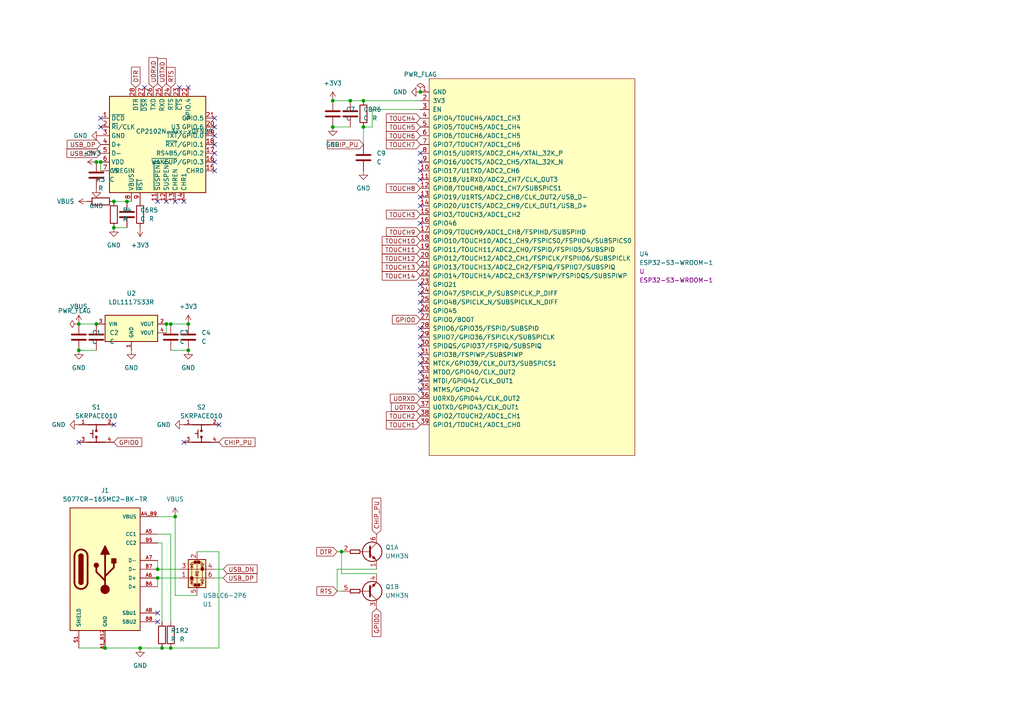
<source format=kicad_sch>
(kicad_sch (version 20231120) (generator "eeschema") (generator_version "8.0")
  (paper "A4")
  (lib_symbols
    (symbol "5077CR-16SMC2-BK-TR:5077CR-16SMC2-BK-TR" (pin_names (offset 1.016))
      (property "Reference" "J4" (at -2.54 27.94 0))
      (property "Value" "5077CR-16SMC2-BK-TR" (at -2.54 25.4 0))
      (symbol "5077CR-16SMC2-BK-TR_0_0"
        (rectangle (start -12.7 22.86) (end 7.62 -12.7) (stroke (width 0.254)) (fill (type background)))
        (pin passive line (at -2.54 -17.78 90) (length 5.08) (name "GND") (number "A1_B12"))
        (pin passive line (at 12.7 20.32 180) (length 5.08) (name "VBUS") (number "A4_B9"))
        (pin bidirectional line (at 12.7 15.24 180) (length 5.08) (name "CC1") (number "A5"))
        (pin bidirectional line (at 12.7 2.54 180) (length 5.08) (name "D+") (number "A6"))
        (pin bidirectional line (at 12.7 7.62 180) (length 5.08) (name "D-") (number "A7"))
        (pin bidirectional line (at 12.7 -7.62 180) (length 5.08) (name "SBU1") (number "A8"))
        (pin passive line (at -2.54 -17.78 90) (length 5.08) hide (name "GND") (number "B1_A12"))
        (pin passive line (at 12.7 20.32 180) (length 5.08) hide (name "VBUS") (number "B4_A9"))
        (pin bidirectional line (at 12.7 12.7 180) (length 5.08) (name "CC2") (number "B5"))
        (pin bidirectional line (at 12.7 0 180) (length 5.08) (name "D+") (number "B6"))
        (pin bidirectional line (at 12.7 5.08 180) (length 5.08) (name "D-") (number "B7"))
        (pin bidirectional line (at 12.7 -10.16 180) (length 5.08) (name "SBU2") (number "B8"))
        (pin passive line (at -10.16 -17.78 90) (length 5.08) (name "SHIELD") (number "S1"))
        (pin passive line (at -10.16 -17.78 90) (length 5.08) hide (name "SHIELD") (number "S2"))
        (pin passive line (at -10.16 -17.78 90) (length 5.08) hide (name "SHIELD") (number "S3"))
        (pin passive line (at -10.16 -17.78 90) (length 5.08) hide (name "SHIELD") (number "S4"))
      )
      (symbol "5077CR-16SMC2-BK-TR_0_1"
        (arc (start -11.43 1.27) (mid -9.525 -0.6267) (end -7.62 1.27) (stroke (width 0.508)))
        (arc (start -10.16 1.27) (mid -9.525 0.6377) (end -8.89 1.27) (stroke (width 0.254)))
        (arc (start -10.16 1.27) (mid -9.525 0.6377) (end -8.89 1.27) (stroke (width 0.254)) (fill (type outline)))
        (rectangle (start -10.16 1.27) (end -8.89 8.89) (stroke (width 0.254)) (fill (type outline)))
        (arc (start -8.89 8.89) (mid -9.525 9.5222) (end -10.16 8.89) (stroke (width 0.254)))
        (arc (start -8.89 8.89) (mid -9.525 9.5222) (end -10.16 8.89) (stroke (width 0.254)) (fill (type outline)))
        (arc (start -7.62 8.89) (mid -9.525 10.7866) (end -11.43 8.89) (stroke (width 0.508)))
        (circle (center -5.08 6.223) (radius 0.635) (stroke (width 0.254)) (fill (type outline)))
        (circle (center -2.54 -0.762) (radius 1.27) (fill (type outline)))
        (rectangle (start -0.635 6.858) (end 0.635 8.128) (stroke (width 0.254)) (fill (type outline)))
        (polyline (pts (xy -11.43 1.27) (xy -11.43 8.89)) (stroke (width 0.508)))
        (polyline (pts (xy -7.62 8.89) (xy -7.62 1.27)) (stroke (width 0.508)))
        (polyline (pts (xy -2.54 -0.762) (xy -2.54 9.398)) (stroke (width 0.508)))
        (polyline (pts (xy -2.54 1.778) (xy -5.08 4.318) (xy -5.08 5.588)) (stroke (width 0.508)))
        (polyline (pts (xy -2.54 3.048) (xy 0 5.588) (xy 0 6.858)) (stroke (width 0.508)))
        (polyline (pts (xy -3.81 9.398) (xy -2.54 11.938) (xy -1.27 9.398) (xy -3.81 9.398)) (stroke (width 0.254)) (fill (type outline)))
      )
    )
    (symbol "Device:C" (pin_numbers hide) (pin_names (offset 0.254))
      (property "Reference" "C" (at 0.635 2.54 0))
      (property "Value" "C" (at 0.635 -2.54 0))
      (symbol "C_0_1"
        (polyline (pts (xy -2.032 -0.762) (xy 2.032 -0.762)) (stroke (width 0.508)))
        (polyline (pts (xy -2.032 0.762) (xy 2.032 0.762)) (stroke (width 0.508)))
      )
      (symbol "C_1_1"
        (pin passive line (at 0 3.81 270) (length 2.794) (name "~") (number "1"))
        (pin passive line (at 0 -3.81 90) (length 2.794) (name "~") (number "2"))
      )
    )
    (symbol "Device:R" (pin_numbers hide) (pin_names (offset 0))
      (property "Reference" "R" (at 2.032 0 90))
      (property "Value" "R" (at 0 0 90))
      (symbol "R_0_1"
        (rectangle (start -1.016 -2.54) (end 1.016 2.54) (stroke (width 0.254)))
      )
      (symbol "R_1_1"
        (pin passive line (at 0 3.81 270) (length 1.27) (name "~") (number "1"))
        (pin passive line (at 0 -3.81 90) (length 1.27) (name "~") (number "2"))
      )
    )
    (symbol "Espressif:ESP32-S3-WROOM-1" (pin_names (offset 1.016))
      (property "Reference" "1" (at 2.0194 63.5 0))
      (property "Value" "ESP32-S3-WROOM-1" (at 2.0194 60.96 0))
      (property "Reference_1" "U" (at 2.0194 58.42 0))
      (property "Value_1" "ESP32-S3-WROOM-1" (at 2.0194 55.88 0))
      (symbol "ESP32-S3-WROOM-1_0_0"
        (pin power_in line (at -31.75 49.53 0) (length 2.54) (name "GND") (number "1"))
        (pin bidirectional line (at -31.75 26.67 0) (length 2.54) (name "GPIO17/U1TXD/ADC2_CH6") (number "10"))
        (pin bidirectional line (at -31.75 24.13 0) (length 2.54) (name "GPIO18/U1RXD/ADC2_CH7/CLK_OUT3") (number "11"))
        (pin bidirectional line (at -31.75 21.59 0) (length 2.54) (name "GPIO8/TOUCH8/ADC1_CH7/SUBSPICS1") (number "12"))
        (pin bidirectional line (at -31.75 19.05 0) (length 2.54) (name "GPIO19/U1RTS/ADC2_CH8/CLK_OUT2/USB_D-") (number "13"))
        (pin bidirectional line (at -31.75 16.51 0) (length 2.54) (name "GPIO20/U1CTS/ADC2_CH9/CLK_OUT1/USB_D+") (number "14"))
        (pin bidirectional line (at -31.75 13.97 0) (length 2.54) (name "GPIO3/TOUCH3/ADC1_CH2") (number "15"))
        (pin bidirectional line (at -31.75 11.43 0) (length 2.54) (name "GPIO46") (number "16"))
        (pin bidirectional line (at -31.75 8.89 0) (length 2.54) (name "GPIO9/TOUCH9/ADC1_CH8/FSPIHD/SUBSPIHD") (number "17"))
        (pin bidirectional line (at -31.75 6.35 0) (length 2.54) (name "GPIO10/TOUCH10/ADC1_CH9/FSPICS0/FSPIIO4/SUBSPICS0") (number "18"))
        (pin bidirectional line (at -31.75 3.81 0) (length 2.54) (name "GPIO11/TOUCH11/ADC2_CH0/FSPID/FSPIIO5/SUBSPID") (number "19"))
        (pin power_in line (at -31.75 46.99 0) (length 2.54) (name "3V3") (number "2"))
        (pin bidirectional line (at -31.75 1.27 0) (length 2.54) (name "GPIO12/TOUCH12/ADC2_CH1/FSPICLK/FSPIIO6/SUBSPICLK") (number "20"))
        (pin bidirectional line (at -31.75 -1.27 0) (length 2.54) (name "GPIO13/TOUCH13/ADC2_CH2/FSPIQ/FSPIIO7/SUBSPIQ") (number "21"))
        (pin bidirectional line (at -31.75 -3.81 0) (length 2.54) (name "GPIO14/TOUCH14/ADC2_CH3/FSPIWP/FSPIDQS/SUBSPIWP") (number "22"))
        (pin bidirectional line (at -31.75 -6.35 0) (length 2.54) (name "GPIO21") (number "23"))
        (pin bidirectional line (at -31.75 -8.89 0) (length 2.54) (name "GPIO47/SPICLK_P/SUBSPICLK_P_DIFF") (number "24"))
        (pin bidirectional line (at -31.75 -11.43 0) (length 2.54) (name "GPIO48/SPICLK_N/SUBSPICLK_N_DIFF") (number "25"))
        (pin bidirectional line (at -31.75 -13.97 0) (length 2.54) (name "GPIO45") (number "26"))
        (pin bidirectional line (at -31.75 -16.51 0) (length 2.54) (name "GPIO0/BOOT") (number "27"))
        (pin bidirectional line (at -31.75 -19.05 0) (length 2.54) (name "SPIIO6/GPIO35/FSPID/SUBSPID") (number "28"))
        (pin bidirectional line (at -31.75 -21.59 0) (length 2.54) (name "SPIIO7/GPIO36/FSPICLK/SUBSPICLK") (number "29"))
        (pin input line (at -31.75 44.45 0) (length 2.54) (name "EN") (number "3"))
        (pin bidirectional line (at -31.75 -24.13 0) (length 2.54) (name "SPIDQS/GPIO37/FSPIQ/SUBSPIQ") (number "30"))
        (pin bidirectional line (at -31.75 -26.67 0) (length 2.54) (name "GPIO38/FSPIWP/SUBSPIWP") (number "31"))
        (pin bidirectional line (at -31.75 -29.21 0) (length 2.54) (name "MTCK/GPIO39/CLK_OUT3/SUBSPICS1") (number "32"))
        (pin bidirectional line (at -31.75 -31.75 0) (length 2.54) (name "MTDO/GPIO40/CLK_OUT2") (number "33"))
        (pin bidirectional line (at -31.75 -34.29 0) (length 2.54) (name "MTDI/GPIO41/CLK_OUT1") (number "34"))
        (pin bidirectional line (at -31.75 -36.83 0) (length 2.54) (name "MTMS/GPIO42") (number "35"))
        (pin bidirectional line (at -31.75 -39.37 0) (length 2.54) (name "U0RXD/GPIO44/CLK_OUT2") (number "36"))
        (pin bidirectional line (at -31.75 -41.91 0) (length 2.54) (name "U0TXD/GPIO43/CLK_OUT1") (number "37"))
        (pin bidirectional line (at -31.75 -44.45 0) (length 2.54) (name "GPIO2/TOUCH2/ADC1_CH1") (number "38"))
        (pin bidirectional line (at -31.75 -46.99 0) (length 2.54) (name "GPIO1/TOUCH1/ADC1_CH0") (number "39"))
        (pin bidirectional line (at -31.75 41.91 0) (length 2.54) (name "GPIO4/TOUCH4/ADC1_CH3") (number "4"))
        (pin passive line (at -31.75 49.53 0) (length 2.54) hide (name "GND") (number "40"))
        (pin passive line (at -31.75 49.53 0) (length 2.54) hide (name "GND") (number "41"))
        (pin bidirectional line (at -31.75 39.37 0) (length 2.54) (name "GPIO5/TOUCH5/ADC1_CH4") (number "5"))
        (pin bidirectional line (at -31.75 36.83 0) (length 2.54) (name "GPIO6/TOUCH6/ADC1_CH5") (number "6"))
        (pin bidirectional line (at -31.75 34.29 0) (length 2.54) (name "GPIO7/TOUCH7/ADC1_CH6") (number "7"))
        (pin bidirectional line (at -31.75 31.75 0) (length 2.54) (name "GPIO15/U0RTS/ADC2_CH4/XTAL_32K_P") (number "8"))
        (pin bidirectional line (at -31.75 29.21 0) (length 2.54) (name "GPIO16/U0CTS/ADC2_CH5/XTAL_32K_N") (number "9"))
      )
      (symbol "ESP32-S3-WROOM-1_0_1"
        (rectangle (start -29.21 53.34) (end 30.48 -55.88) (fill (type background)))
      )
    )
    (symbol "Interface_USB:CP2102N-Axx-xQFN28"
      (property "Reference" "U" (at 0.254 21.844 0))
      (property "Value" "CP2102N-Axx-xQFN28" (at 0 -22.86 0))
      (symbol "CP2102N-Axx-xQFN28_0_1"
        (rectangle (start -13.97 13.97) (end 13.97 -13.97) (stroke (width 0.254)) (fill (type background)))
      )
      (symbol "CP2102N-Axx-xQFN28_1_1"
        (pin input line (at -16.51 7.62 0) (length 2.54) (name "~{DCD}") (number "1"))
        (pin no_connect line (at -2.54 -16.51 90) (length 2.54) hide (name "NC") (number "10"))
        (pin output line (at 0 -16.51 90) (length 2.54) (name "~{SUSPEND}") (number "11"))
        (pin output line (at 2.54 -16.51 90) (length 2.54) (name "SUSPEND") (number "12"))
        (pin output line (at 5.08 -16.51 90) (length 2.54) (name "CHREN") (number "13"))
        (pin output line (at 7.62 -16.51 90) (length 2.54) (name "CHR1") (number "14"))
        (pin output line (at 16.51 -7.62 180) (length 2.54) (name "CHR0") (number "15"))
        (pin bidirectional line (at 16.51 -5.08 180) (length 2.54) (name "~{WAKEUP}/GPIO.3") (number "16"))
        (pin bidirectional line (at 16.51 -2.54 180) (length 2.54) (name "RS485/GPIO.2") (number "17"))
        (pin bidirectional line (at 16.51 0 180) (length 2.54) (name "~{RXT}/GPIO.1") (number "18"))
        (pin bidirectional line (at 16.51 2.54 180) (length 2.54) (name "~{TXT}/GPIO.0") (number "19"))
        (pin bidirectional line (at -16.51 5.08 0) (length 2.54) (name "~{RI}/CLK") (number "2"))
        (pin bidirectional line (at 16.51 5.08 180) (length 2.54) (name "GPIO.6") (number "20"))
        (pin bidirectional line (at 16.51 7.62 180) (length 2.54) (name "GPIO.5") (number "21"))
        (pin bidirectional line (at 8.89 16.51 270) (length 2.54) (name "GPIO.4") (number "22"))
        (pin input line (at 6.35 16.51 270) (length 2.54) (name "~{CTS}") (number "23"))
        (pin output line (at 3.81 16.51 270) (length 2.54) (name "RTS") (number "24"))
        (pin input line (at 1.27 16.51 270) (length 2.54) (name "RXD") (number "25"))
        (pin output line (at -1.27 16.51 270) (length 2.54) (name "TXD") (number "26"))
        (pin input line (at -3.81 16.51 270) (length 2.54) (name "~{DSR}") (number "27"))
        (pin output line (at -6.35 16.51 270) (length 2.54) (name "DTR") (number "28"))
        (pin passive line (at -16.51 2.54 0) (length 2.54) hide (name "GND") (number "29"))
        (pin power_in line (at -16.51 2.54 0) (length 2.54) (name "GND") (number "3"))
        (pin bidirectional line (at -16.51 0 0) (length 2.54) (name "D+") (number "4"))
        (pin bidirectional line (at -16.51 -2.54 0) (length 2.54) (name "D-") (number "5"))
        (pin power_in line (at -16.51 -5.08 0) (length 2.54) (name "VDD") (number "6"))
        (pin power_in line (at -16.51 -7.62 0) (length 2.54) (name "VREGIN") (number "7"))
        (pin input line (at -7.62 -16.51 90) (length 2.54) (name "VBUS") (number "8"))
        (pin input line (at -5.08 -16.51 90) (length 2.54) (name "~{RST}") (number "9"))
      )
    )
    (symbol "LDL1117S33R:LDL1117S33R" (pin_names (offset 1.016))
      (property "Reference" "U?" (at 0 10.16 0))
      (property "Value" "LDL1117S33R" (at 0 7.62 0))
      (symbol "LDL1117S33R_0_0"
        (rectangle (start -7.62 3.81) (end 7.62 -3.81) (stroke (width 0.254)) (fill (type background)))
        (pin input line (at 0 -6.35 90) (length 2.54) (name "GND") (number "1"))
        (pin power_out line (at 10.16 1.27 180) (length 2.54) (name "VOUT") (number "2"))
        (pin power_in line (at -10.16 1.27 0) (length 2.54) (name "VIN") (number "3"))
        (pin passive line (at 10.16 -1.27 180) (length 2.54) (name "VOUT") (number "4"))
      )
    )
    (symbol "Power_Protection:USBLC6-2P6" (pin_names hide)
      (property "Reference" "U" (at 0.635 5.715 0))
      (property "Value" "USBLC6-2P6" (at 0.635 3.81 0))
      (symbol "USBLC6-2P6_0_0"
        (circle (center -1.524 0) (radius 0.0001) (stroke (width 0.508)))
        (circle (center -0.508 -4.572) (radius 0.0001) (stroke (width 0.508)))
        (circle (center -0.508 2.032) (radius 0.0001) (stroke (width 0.508)))
        (circle (center 0.508 -4.572) (radius 0.0001) (stroke (width 0.508)))
        (circle (center 0.508 2.032) (radius 0.0001) (stroke (width 0.508)))
        (circle (center 1.524 -2.54) (radius 0.0001) (stroke (width 0.508)))
      )
      (symbol "USBLC6-2P6_0_1"
        (polyline (pts (xy -2.54 -2.54) (xy 2.54 -2.54)))
        (polyline (pts (xy -2.54 0) (xy 2.54 0)))
        (polyline (pts (xy -2.032 -3.048) (xy -1.016 -3.048)))
        (polyline (pts (xy -1.016 1.524) (xy -2.032 1.524)))
        (polyline (pts (xy 1.016 -3.048) (xy 2.032 -3.048)))
        (polyline (pts (xy 1.016 1.524) (xy 2.032 1.524)))
        (polyline (pts (xy -0.508 -1.143) (xy -0.508 -0.762) (xy 0.508 -0.762)))
        (polyline (pts (xy -2.032 0.508) (xy -1.016 0.508) (xy -1.524 1.524) (xy -2.032 0.508)))
        (polyline (pts (xy -1.016 -4.064) (xy -2.032 -4.064) (xy -1.524 -3.048) (xy -1.016 -4.064)))
        (polyline (pts (xy 0.508 -1.778) (xy -0.508 -1.778) (xy 0 -0.762) (xy 0.508 -1.778)))
        (polyline (pts (xy 2.032 -4.064) (xy 1.016 -4.064) (xy 1.524 -3.048) (xy 2.032 -4.064)))
        (polyline (pts (xy 2.032 0.508) (xy 1.016 0.508) (xy 1.524 1.524) (xy 2.032 0.508)))
        (polyline (pts (xy 0 2.54) (xy -0.508 2.032) (xy 0.508 2.032) (xy 0 1.524) (xy 0 -4.064) (xy -0.508 -4.572) (xy 0.508 -4.572) (xy 0 -5.08)))
      )
      (symbol "USBLC6-2P6_1_1"
        (rectangle (start -2.54 2.794) (end 2.54 -5.334) (stroke (width 0.254)) (fill (type background)))
        (polyline (pts (xy -0.508 2.032) (xy -1.524 2.032) (xy -1.524 -4.572) (xy -0.508 -4.572)))
        (polyline (pts (xy 0.508 -4.572) (xy 1.524 -4.572) (xy 1.524 2.032) (xy 0.508 2.032)))
        (pin passive line (at -5.08 0 0) (length 2.54) (name "I/O1") (number "1"))
        (pin passive line (at 0 -7.62 90) (length 2.54) (name "GND") (number "2"))
        (pin passive line (at -5.08 -2.54 0) (length 2.54) (name "I/O2") (number "3"))
        (pin passive line (at 5.08 -2.54 180) (length 2.54) (name "I/O2") (number "4"))
        (pin passive line (at 0 5.08 270) (length 2.54) (name "VBUS") (number "5"))
        (pin passive line (at 5.08 0 180) (length 2.54) (name "I/O1") (number "6"))
      )
    )
    (symbol "SKRPACE010:SKRPACE010" (pin_names (offset 1.016))
      (property "Reference" "S" (at -2.5431 5.0863 0))
      (property "Value" "SKRPACE010" (at -2.5442 -5.0884 0))
      (symbol "SKRPACE010_0_0"
        (circle (center 0 -1.016) (radius 0.254) (stroke (width 0.254)))
        (polyline (pts (xy -5.08 2.54) (xy 5.08 2.54)) (stroke (width 0.254)))
        (polyline (pts (xy -2.54 -2.54) (xy 0 -2.54)) (stroke (width 0.254)))
        (polyline (pts (xy -2.54 2.54) (xy 0 2.54)) (stroke (width 0.254)))
        (polyline (pts (xy -1.016 0) (xy -1.778 0)) (stroke (width 0.254)))
        (polyline (pts (xy -1.016 0) (xy -1.016 -1.27)) (stroke (width 0.254)))
        (polyline (pts (xy -1.016 1.016) (xy -1.016 0)) (stroke (width 0.254)))
        (polyline (pts (xy 0 -2.54) (xy 2.54 -2.54)) (stroke (width 0.254)))
        (polyline (pts (xy 0 -1.016) (xy 0 -2.54)) (stroke (width 0.254)))
        (polyline (pts (xy 0 0.762) (xy 0 2.54)) (stroke (width 0.254)))
        (polyline (pts (xy 0 2.54) (xy 2.54 2.54)) (stroke (width 0.254)))
        (polyline (pts (xy 5.08 -2.54) (xy -5.08 -2.54)) (stroke (width 0.254)))
        (circle (center 0 0.762) (radius 0.254) (stroke (width 0.254)))
        (pin bidirectional line (at -5.08 2.54 0) (length 2.54) (name "~") (number "1"))
        (pin bidirectional line (at 5.08 2.54 180) (length 2.54) (name "~") (number "2"))
        (pin bidirectional line (at -5.08 -2.54 0) (length 2.54) (name "~") (number "3"))
        (pin bidirectional line (at 5.08 -2.54 180) (length 2.54) (name "~") (number "4"))
      )
    )
    (symbol "Transistor_BJT:UMH3N" (pin_names hide)
      (property "Reference" "Q" (at 7.62 1.27 0))
      (property "Value" "UMH3N" (at 7.62 -1.27 0))
      (symbol "UMH3N_0_1"
        (polyline (pts (xy 3.175 0) (xy 0.254 0)))
        (polyline (pts (xy 3.175 0.635) (xy 5.08 2.54)))
        (polyline (pts (xy 3.175 1.524) (xy 3.175 -1.524)) (stroke (width 0.508)))
        (polyline (pts (xy 3.175 -0.635) (xy 5.08 -2.54) (xy 5.08 -2.54)))
        (polyline (pts (xy 3.81 -1.778) (xy 4.318 -1.27) (xy 4.826 -2.286) (xy 3.81 -1.778) (xy 3.81 -1.778)) (fill (type outline)))
        (rectangle (start 0.254 0.508) (end -2.54 -0.508) (stroke (width 0.254)))
        (circle (center 3.81 0) (radius 2.8194) (stroke (width 0.254)))
      )
      (symbol "UMH3N_1_1"
        (pin passive line (at 5.08 -5.08 90) (length 2.54) (name "E1") (number "1"))
        (pin input line (at -5.08 0 0) (length 2.54) (name "B1") (number "2"))
        (pin passive line (at 5.08 5.08 270) (length 2.54) (name "C1") (number "6"))
      )
      (symbol "UMH3N_2_1"
        (pin passive line (at 5.08 5.08 270) (length 2.54) (name "C2") (number "3"))
        (pin passive line (at 5.08 -5.08 90) (length 2.54) (name "E2") (number "4"))
        (pin input line (at -5.08 0 0) (length 2.54) (name "B2") (number "5"))
      )
    )
    (symbol "power:+3V3" (power) (pin_numbers hide) (pin_names (offset 0) hide)
      (property "Value" "+3V3" (at 0 3.556 0))
      (symbol "+3V3_0_1"
        (polyline (pts (xy -0.762 1.27) (xy 0 2.54)))
        (polyline (pts (xy 0 0) (xy 0 2.54)))
        (polyline (pts (xy 0 2.54) (xy 0.762 1.27)))
      )
      (symbol "+3V3_1_1"
        (pin power_in line (at 0 0 90) (length 0) (name "~") (number "1"))
      )
    )
    (symbol "power:GND" (power) (pin_numbers hide) (pin_names (offset 0) hide)
      (property "Value" "GND" (at 0 -3.81 0))
      (symbol "GND_0_1"
        (polyline (pts (xy 0 0) (xy 0 -1.27) (xy 1.27 -1.27) (xy 0 -2.54) (xy -1.27 -1.27) (xy 0 -1.27)))
      )
      (symbol "GND_1_1"
        (pin power_in line (at 0 0 270) (length 0) (name "~") (number "1"))
      )
    )
    (symbol "power:PWR_FLAG" (power) (pin_numbers hide) (pin_names (offset 0) hide)
      (property "Value" "PWR_FLAG" (at 0 3.81 0))
      (symbol "PWR_FLAG_0_0"
        (pin power_out line (at 0 0 90) (length 0) (name "~") (number "1"))
      )
      (symbol "PWR_FLAG_0_1"
        (polyline (pts (xy 0 0) (xy 0 1.27) (xy -1.016 1.905) (xy 0 2.54) (xy 1.016 1.905) (xy 0 1.27)))
      )
    )
    (symbol "power:VBUS" (power) (pin_numbers hide) (pin_names (offset 0) hide)
      (property "Value" "VBUS" (at 0 3.556 0))
      (symbol "VBUS_0_1"
        (polyline (pts (xy -0.762 1.27) (xy 0 2.54)))
        (polyline (pts (xy 0 0) (xy 0 2.54)))
        (polyline (pts (xy 0 2.54) (xy 0.762 1.27)))
      )
      (symbol "VBUS_1_1"
        (pin power_in line (at 0 0 90) (length 0) (name "~") (number "1"))
      )
    )
  )
  (junction (at 96.52 36.83))
  (junction (at 54.61 93.98))
  (junction (at 33.02 66.04))
  (junction (at 27.94 93.98))
  (junction (at 99.06 160.02))
  (junction (at 105.41 29.21))
  (junction (at 22.86 93.98))
  (junction (at 121.92 26.67))
  (junction (at 29.21 46.99))
  (junction (at 49.53 187.96))
  (junction (at 45.72 165.1))
  (junction (at 101.6 29.21))
  (junction (at 49.53 93.98))
  (junction (at 36.83 58.42))
  (junction (at 45.72 167.64))
  (junction (at 46.99 187.96))
  (junction (at 54.61 101.6))
  (junction (at 96.52 29.21))
  (junction (at 105.41 36.83))
  (junction (at 50.8 149.86))
  (junction (at 27.94 46.99))
  (junction (at 30.48 187.96))
  (junction (at 22.86 101.6))
  (junction (at 40.64 187.96))
  (junction (at 33.02 58.42))
  (junction (at 48.26 93.98))
  (no_connect (at 121.92 95.25))
  (no_connect (at 121.92 105.41))
  (no_connect (at 121.92 64.77))
  (no_connect (at 121.92 85.09))
  (no_connect (at 121.92 82.55))
  (no_connect (at 29.21 36.83))
  (no_connect (at 45.72 58.42))
  (no_connect (at 121.92 97.79))
  (no_connect (at 121.92 49.53))
  (no_connect (at 121.92 90.17))
  (no_connect (at 121.92 110.49))
  (no_connect (at 50.8 58.42))
  (no_connect (at 62.23 46.99))
  (no_connect (at 121.92 46.99))
  (no_connect (at 121.92 52.07))
  (no_connect (at 53.34 128.27))
  (no_connect (at 62.23 39.37))
  (no_connect (at 121.92 57.15))
  (no_connect (at 121.92 44.45))
  (no_connect (at 53.34 58.42))
  (no_connect (at 62.23 36.83))
  (no_connect (at 45.72 177.8))
  (no_connect (at 121.92 87.63))
  (no_connect (at 48.26 58.42))
  (no_connect (at 54.61 25.4))
  (no_connect (at 41.91 25.4))
  (no_connect (at 62.23 49.53))
  (no_connect (at 33.02 123.19))
  (no_connect (at 29.21 34.29))
  (no_connect (at 121.92 113.03))
  (no_connect (at 45.72 180.34))
  (no_connect (at 62.23 34.29))
  (no_connect (at 62.23 44.45))
  (no_connect (at 121.92 102.87))
  (no_connect (at 121.92 107.95))
  (no_connect (at 63.5 123.19))
  (no_connect (at 121.92 59.69))
  (no_connect (at 22.86 128.27))
  (no_connect (at 52.07 25.4))
  (no_connect (at 121.92 100.33))
  (no_connect (at 62.23 41.91))
  (wire (pts (xy 109.22 165.1) (xy 97.79 165.1)))
  (wire (pts (xy 49.53 154.94) (xy 49.53 180.34)))
  (wire (pts (xy 45.72 157.48) (xy 46.99 157.48)))
  (wire (pts (xy 101.6 29.21) (xy 105.41 29.21)))
  (wire (pts (xy 96.52 29.21) (xy 101.6 29.21)))
  (wire (pts (xy 57.15 172.72) (xy 50.8 172.72)))
  (wire (pts (xy 97.79 171.45) (xy 99.06 171.45)))
  (wire (pts (xy 45.72 167.64) (xy 52.07 167.64)))
  (wire (pts (xy 105.41 36.83) (xy 107.95 36.83)))
  (wire (pts (xy 27.94 46.99) (xy 29.21 46.99)))
  (wire (pts (xy 101.6 36.83) (xy 96.52 36.83)))
  (wire (pts (xy 45.72 149.86) (xy 50.8 149.86)))
  (wire (pts (xy 49.53 93.98) (xy 54.61 93.98)))
  (wire (pts (xy 27.94 93.98) (xy 22.86 93.98)))
  (wire (pts (xy 99.06 166.37) (xy 109.22 166.37)))
  (wire (pts (xy 45.72 162.56) (xy 45.72 165.1)))
  (wire (pts (xy 48.26 93.98) (xy 48.26 96.52)))
  (wire (pts (xy 63.5 160.02) (xy 63.5 187.96)))
  (wire (pts (xy 50.8 172.72) (xy 50.8 149.86)))
  (wire (pts (xy 33.02 58.42) (xy 36.83 58.42)))
  (wire (pts (xy 49.53 101.6) (xy 54.61 101.6)))
  (wire (pts (xy 36.83 58.42) (xy 38.1 58.42)))
  (wire (pts (xy 99.06 166.37) (xy 99.06 160.02)))
  (wire (pts (xy 29.21 49.53) (xy 29.21 46.99)))
  (wire (pts (xy 46.99 157.48) (xy 46.99 180.34)))
  (wire (pts (xy 22.86 187.96) (xy 30.48 187.96)))
  (wire (pts (xy 36.83 66.04) (xy 33.02 66.04)))
  (wire (pts (xy 30.48 187.96) (xy 40.64 187.96)))
  (wire (pts (xy 97.79 165.1) (xy 97.79 171.45)))
  (wire (pts (xy 105.41 29.21) (xy 121.92 29.21)))
  (wire (pts (xy 46.99 187.96) (xy 49.53 187.96)))
  (wire (pts (xy 57.15 160.02) (xy 63.5 160.02)))
  (wire (pts (xy 107.95 31.75) (xy 121.92 31.75)))
  (wire (pts (xy 49.53 187.96) (xy 63.5 187.96)))
  (wire (pts (xy 45.72 165.1) (xy 52.07 165.1)))
  (wire (pts (xy 45.72 167.64) (xy 45.72 170.18)))
  (wire (pts (xy 97.79 160.02) (xy 99.06 160.02)))
  (wire (pts (xy 107.95 31.75) (xy 107.95 36.83)))
  (wire (pts (xy 48.26 93.98) (xy 49.53 93.98)))
  (wire (pts (xy 45.72 154.94) (xy 49.53 154.94)))
  (wire (pts (xy 62.23 165.1) (xy 64.77 165.1)))
  (wire (pts (xy 105.41 36.83) (xy 105.41 41.91)))
  (wire (pts (xy 62.23 167.64) (xy 64.77 167.64)))
  (wire (pts (xy 40.64 187.96) (xy 46.99 187.96)))
  (wire (pts (xy 27.94 101.6) (xy 22.86 101.6)))
  (global_label "TOUCH10" (shape input) (at 121.92 69.85 180) (property "Intersheetrefs" "${INTERSHEET_REFS}" (effects (hide yes))))
  (global_label "U0RXD" (shape input) (at 44.45 25.4 90) (property "Intersheetrefs" "${INTERSHEET_REFS}" (effects (hide yes))))
  (global_label "TOUCH13" (shape input) (at 121.92 77.47 180) (property "Intersheetrefs" "${INTERSHEET_REFS}" (effects (hide yes))))
  (global_label "RTS" (shape input) (at 49.53 25.4 90) (property "Intersheetrefs" "${INTERSHEET_REFS}" (effects (hide yes))))
  (global_label "CHIP_PU" (shape input) (at 63.5 128.27 0) (property "Intersheetrefs" "${INTERSHEET_REFS}" (effects (hide yes))))
  (global_label "USB_DN" (shape input) (at 64.77 165.1 0) (property "Intersheetrefs" "${INTERSHEET_REFS}" (effects (hide yes))))
  (global_label "TOUCH5" (shape input) (at 121.92 36.83 180) (property "Intersheetrefs" "${INTERSHEET_REFS}" (effects (hide yes))))
  (global_label "TOUCH14" (shape input) (at 121.92 80.01 180) (property "Intersheetrefs" "${INTERSHEET_REFS}" (effects (hide yes))))
  (global_label "USB_DP" (shape input) (at 64.77 167.64 0) (property "Intersheetrefs" "${INTERSHEET_REFS}" (effects (hide yes))))
  (global_label "TOUCH3" (shape input) (at 121.92 62.23 180) (property "Intersheetrefs" "${INTERSHEET_REFS}" (effects (hide yes))))
  (global_label "USB_DP" (shape input) (at 29.21 41.91 180) (property "Intersheetrefs" "${INTERSHEET_REFS}" (effects (hide yes))))
  (global_label "RTS" (shape input) (at 97.79 171.45 180) (property "Intersheetrefs" "${INTERSHEET_REFS}" (effects (hide yes))))
  (global_label "TOUCH11" (shape input) (at 121.92 72.39 180) (property "Intersheetrefs" "${INTERSHEET_REFS}" (effects (hide yes))))
  (global_label "CHIP_PU" (shape input) (at 109.22 154.94 90) (property "Intersheetrefs" "${INTERSHEET_REFS}" (effects (hide yes))))
  (global_label "U0RXD" (shape input) (at 121.92 115.57 180) (property "Intersheetrefs" "${INTERSHEET_REFS}" (effects (hide yes))))
  (global_label "TOUCH2" (shape input) (at 121.92 120.65 180) (property "Intersheetrefs" "${INTERSHEET_REFS}" (effects (hide yes))))
  (global_label "U0TXD" (shape input) (at 46.99 25.4 90) (property "Intersheetrefs" "${INTERSHEET_REFS}" (effects (hide yes))))
  (global_label "TOUCH8" (shape input) (at 121.92 54.61 180) (property "Intersheetrefs" "${INTERSHEET_REFS}" (effects (hide yes))))
  (global_label "GPIO0" (shape input) (at 109.22 176.53 270) (property "Intersheetrefs" "${INTERSHEET_REFS}" (effects (hide yes))))
  (global_label "TOUCH9" (shape input) (at 121.92 67.31 180) (property "Intersheetrefs" "${INTERSHEET_REFS}" (effects (hide yes))))
  (global_label "GPIO0" (shape input) (at 33.02 128.27 0) (property "Intersheetrefs" "${INTERSHEET_REFS}" (effects (hide yes))))
  (global_label "USB_DN" (shape input) (at 29.21 44.45 180) (property "Intersheetrefs" "${INTERSHEET_REFS}" (effects (hide yes))))
  (global_label "TOUCH6" (shape input) (at 121.92 39.37 180) (property "Intersheetrefs" "${INTERSHEET_REFS}" (effects (hide yes))))
  (global_label "U0TXD" (shape input) (at 121.92 118.11 180) (property "Intersheetrefs" "${INTERSHEET_REFS}" (effects (hide yes))))
  (global_label "TOUCH7" (shape input) (at 121.92 41.91 180) (property "Intersheetrefs" "${INTERSHEET_REFS}" (effects (hide yes))))
  (global_label "DTR" (shape input) (at 39.37 25.4 90) (property "Intersheetrefs" "${INTERSHEET_REFS}" (effects (hide yes))))
  (global_label "TOUCH12" (shape input) (at 121.92 74.93 180) (property "Intersheetrefs" "${INTERSHEET_REFS}" (effects (hide yes))))
  (global_label "CHIP_PU" (shape input) (at 105.41 41.91 180) (property "Intersheetrefs" "${INTERSHEET_REFS}" (effects (hide yes))))
  (global_label "TOUCH4" (shape input) (at 121.92 34.29 180) (property "Intersheetrefs" "${INTERSHEET_REFS}" (effects (hide yes))))
  (global_label "DTR" (shape input) (at 97.79 160.02 180) (property "Intersheetrefs" "${INTERSHEET_REFS}" (effects (hide yes))))
  (global_label "TOUCH1" (shape input) (at 121.92 123.19 180) (property "Intersheetrefs" "${INTERSHEET_REFS}" (effects (hide yes))))
  (global_label "GPIO0" (shape input) (at 121.92 92.71 180) (property "Intersheetrefs" "${INTERSHEET_REFS}" (effects (hide yes))))
  (symbol (lib_id "Device:C") (at 27.94 50.8 0) (unit 1)
    (property "Reference" "C5" (at 31.75 49.5299 0) (effects (justify left)))
    (property "Value" "C" (at 31.75 52.0699 0) (effects (justify left)))
    (property "Footprint" "Capacitor_SMD:C_0603_1608Metric_Pad1.08x0.95mm_HandSolder" (effects (hide yes)))
  )
  (symbol (lib_id "power:GND") (at 29.21 39.37 270) (unit 1)
    (property "Reference" "#PWR013" (effects (hide yes)))
    (property "Value" "GND" (at 25.4 39.3699 90) (effects (justify right)))
    (property "Description" "Power symbol creates a global label with name \"GND\" , ground" (effects (hide yes)))
  )
  (symbol (lib_id "power:GND") (at 27.94 54.61 0) (unit 1)
    (property "Reference" "#PWR012" (effects (hide yes)))
    (property "Value" "GND" (at 27.94 59.69 0))
    (property "Description" "Power symbol creates a global label with name \"GND\" , ground" (effects (hide yes)))
  )
  (symbol (lib_id "Transistor_BJT:UMH3N") (at 104.14 171.45 0) (mirror x) (unit 2)
    (property "Reference" "Q1" (at 111.76 170.1799 0) (effects (justify left)))
    (property "Value" "UMH3N" (at 111.76 172.7199 0) (effects (justify left)))
    (property "Footprint" "Package_TO_SOT_SMD:SOT-363_SC-70-6" (effects (hide yes)))
    (property "Datasheet" "http://rohmfs.rohm.com/en/products/databook/datasheet/discrete/transistor/digital/emh3t2r-e.pdf" (effects (hide yes)))
  )
  (symbol (lib_id "power:GND") (at 38.1 101.6 0) (unit 1)
    (property "Reference" "#PWR07" (effects (hide yes)))
    (property "Value" "GND" (at 38.1 106.68 0))
    (property "Description" "Power symbol creates a global label with name \"GND\" , ground" (effects (hide yes)))
  )
  (symbol (lib_id "5077CR-16SMC2-BK-TR:5077CR-16SMC2-BK-TR") (at 33.02 170.18 0) (unit 1)
    (property "Reference" "J1" (at 30.48 142.24 0))
    (property "Value" "5077CR-16SMC2-BK-TR" (at 30.48 144.78 0))
    (property "Footprint" "5077CR-16SMC2-BK-TR:NELTRON_5077CR-16SMC2-BK-TR" (effects (hide yes)))
  )
  (symbol (lib_id "Device:C") (at 101.6 33.02 0) (unit 1)
    (property "Reference" "C8" (at 105.41 31.7499 0) (effects (justify left)))
    (property "Value" "C" (at 105.41 34.2899 0) (effects (justify left)))
    (property "Footprint" "Capacitor_SMD:C_0603_1608Metric_Pad1.08x0.95mm_HandSolder" (effects (hide yes)))
  )
  (symbol (lib_id "power:VBUS") (at 25.4 58.42 90) (unit 1)
    (property "Reference" "#PWR010" (effects (hide yes)))
    (property "Value" "VBUS" (at 21.59 58.4199 90) (effects (justify left)))
    (property "Description" "Power symbol creates a global label with name \"VBUS\"" (effects (hide yes)))
  )
  (symbol (lib_id "power:+3V3") (at 96.52 29.21 0) (unit 1)
    (property "Reference" "#PWR016" (effects (hide yes)))
    (property "Value" "+3V3" (at 96.52 24.13 0))
    (property "Description" "Power symbol creates a global label with name \"+3V3\"" (effects (hide yes)))
  )
  (symbol (lib_id "Device:C") (at 96.52 33.02 0) (unit 1)
    (property "Reference" "C7" (at 100.33 31.7499 0) (effects (justify left)))
    (property "Value" "C" (at 100.33 34.2899 0) (effects (justify left)))
    (property "Footprint" "Capacitor_SMD:C_0603_1608Metric_Pad1.08x0.95mm_HandSolder" (effects (hide yes)))
  )
  (symbol (lib_id "Device:C") (at 49.53 97.79 0) (unit 1)
    (property "Reference" "C3" (at 52.07 96.5199 0) (effects (justify left)))
    (property "Value" "C" (at 52.07 99.0599 0) (effects (justify left)))
    (property "Footprint" "Capacitor_SMD:C_0603_1608Metric_Pad1.08x0.95mm_HandSolder" (effects (hide yes)))
  )
  (symbol (lib_id "power:VBUS") (at 22.86 93.98 0) (unit 1)
    (property "Reference" "#PWR05" (effects (hide yes)))
    (property "Value" "VBUS" (at 22.86 88.9 0))
    (property "Description" "Power symbol creates a global label with name \"VBUS\"" (effects (hide yes)))
  )
  (symbol (lib_id "Espressif:ESP32-S3-WROOM-1") (at 153.67 76.2 0) (unit 1)
    (property "Reference" "U4" (at 185.42 73.6599 0) (effects (justify left)))
    (property "Value" "ESP32-S3-WROOM-1" (at 185.42 76.1999 0) (effects (justify left)))
    (property "Footprint" "RF_Module:ESP32-S3-WROOM-1" (effects (hide yes)))
    (property "Reference_1" "U" (at 185.42 78.7399 0) (effects (justify left)))
    (property "Value_1" "ESP32-S3-WROOM-1" (at 185.42 81.2799 0) (effects (justify left)))
    (property "Footprint_1" "Espressif:ESP32-S3-WROOM-1" (effects (hide yes)))
    (property "Datasheet_1" "https://www.espressif.com/sites/default/files/documentation/esp32-s3-wroom-1_wroom-1u_datasheet_en.pdf" (effects (hide yes)))
  )
  (symbol (lib_id "power:GND") (at 54.61 101.6 0) (unit 1)
    (property "Reference" "#PWR09" (effects (hide yes)))
    (property "Value" "GND" (at 54.61 106.68 0))
    (property "Description" "Power symbol creates a global label with name \"GND\" , ground" (effects (hide yes)))
  )
  (symbol (lib_id "power:GND") (at 22.86 123.19 270) (unit 1)
    (property "Reference" "#PWR01" (effects (hide yes)))
    (property "Value" "GND" (at 19.05 123.1899 90) (effects (justify right)))
    (property "Description" "Power symbol creates a global label with name \"GND\" , ground" (effects (hide yes)))
  )
  (symbol (lib_id "power:VBUS") (at 50.8 149.86 0) (unit 1)
    (property "Reference" "#PWR03" (effects (hide yes)))
    (property "Value" "VBUS" (at 50.8 144.78 0))
    (property "Description" "Power symbol creates a global label with name \"VBUS\"" (effects (hide yes)))
  )
  (symbol (lib_id "power:GND") (at 105.41 49.53 0) (unit 1)
    (property "Reference" "#PWR014" (effects (hide yes)))
    (property "Value" "GND" (at 105.41 54.61 0))
    (property "Description" "Power symbol creates a global label with name \"GND\" , ground" (effects (hide yes)))
  )
  (symbol (lib_id "power:GND") (at 40.64 187.96 0) (unit 1)
    (property "Reference" "#PWR02" (effects (hide yes)))
    (property "Value" "GND" (at 40.64 193.04 0))
    (property "Description" "Power symbol creates a global label with name \"GND\" , ground" (effects (hide yes)))
  )
  (symbol (lib_id "Device:C") (at 36.83 62.23 180) (unit 1)
    (property "Reference" "C6" (at 40.64 60.9599 0) (effects (justify right)))
    (property "Value" "C" (at 40.64 63.4999 0) (effects (justify right)))
    (property "Footprint" "Capacitor_SMD:C_0603_1608Metric_Pad1.08x0.95mm_HandSolder" (effects (hide yes)))
  )
  (symbol (lib_id "power:PWR_FLAG") (at 121.92 26.67 0) (unit 1)
    (property "Reference" "#FLG02" (effects (hide yes)))
    (property "Value" "PWR_FLAG" (at 121.92 21.59 0))
    (property "Description" "Special symbol for telling ERC where power comes from" (effects (hide yes)))
  )
  (symbol (lib_id "power:+3V3") (at 54.61 93.98 0) (unit 1)
    (property "Reference" "#PWR08" (effects (hide yes)))
    (property "Value" "+3V3" (at 54.61 88.9 0))
    (property "Description" "Power symbol creates a global label with name \"+3V3\"" (effects (hide yes)))
  )
  (symbol (lib_id "power:GND") (at 22.86 101.6 0) (unit 1)
    (property "Reference" "#PWR06" (effects (hide yes)))
    (property "Value" "GND" (at 22.86 106.68 0))
    (property "Description" "Power symbol creates a global label with name \"GND\" , ground" (effects (hide yes)))
  )
  (symbol (lib_id "Interface_USB:CP2102N-Axx-xQFN28") (at 45.72 41.91 0) (unit 1)
    (property "Reference" "U3" (at 49.53 36.83 0) (effects (justify left)))
    (property "Value" "CP2102N-Axx-xQFN28" (at 39.37 38.1 0) (effects (justify left)))
    (property "Footprint" "Package_DFN_QFN:QFN-28-1EP_5x5mm_P0.5mm_EP3.35x3.35mm" (effects (hide yes)))
    (property "Datasheet" "https://www.silabs.com/documents/public/data-sheets/cp2102n-datasheet.pdf" (effects (hide yes)))
  )
  (symbol (lib_id "Device:R") (at 46.99 184.15 0) (unit 1)
    (property "Reference" "R1" (at 49.53 182.8799 0) (effects (justify left)))
    (property "Value" "R" (at 49.53 185.4199 0) (effects (justify left)))
    (property "Footprint" "Resistor_SMD:R_0603_1608Metric_Pad0.98x0.95mm_HandSolder" (effects (hide yes)))
  )
  (symbol (lib_id "Transistor_BJT:UMH3N") (at 104.14 160.02 0) (unit 1)
    (property "Reference" "Q1" (at 111.76 158.7499 0) (effects (justify left)))
    (property "Value" "UMH3N" (at 111.76 161.2899 0) (effects (justify left)))
    (property "Footprint" "Package_TO_SOT_SMD:SOT-363_SC-70-6" (effects (hide yes)))
    (property "Datasheet" "http://rohmfs.rohm.com/en/products/databook/datasheet/discrete/transistor/digital/emh3t2r-e.pdf" (effects (hide yes)))
  )
  (symbol (lib_id "Device:C") (at 105.41 45.72 0) (unit 1)
    (property "Reference" "C9" (at 109.22 44.4499 0) (effects (justify left)))
    (property "Value" "C" (at 109.22 46.9899 0) (effects (justify left)))
    (property "Footprint" "Capacitor_SMD:C_0603_1608Metric_Pad1.08x0.95mm_HandSolder" (effects (hide yes)))
  )
  (symbol (lib_id "power:GND") (at 33.02 66.04 0) (unit 1)
    (property "Reference" "#PWR020" (effects (hide yes)))
    (property "Value" "GND" (at 33.02 71.12 0))
    (property "Description" "Power symbol creates a global label with name \"GND\" , ground" (effects (hide yes)))
  )
  (symbol (lib_id "Device:R") (at 33.02 62.23 0) (unit 1)
    (property "Reference" "R4" (at 35.56 60.9599 0) (effects (justify left)))
    (property "Value" "R" (at 35.56 63.4999 0) (effects (justify left)))
    (property "Footprint" "Resistor_SMD:R_0603_1608Metric_Pad0.98x0.95mm_HandSolder" (effects (hide yes)))
  )
  (symbol (lib_id "power:+3V3") (at 40.64 66.04 180) (unit 1)
    (property "Reference" "#PWR015" (effects (hide yes)))
    (property "Value" "+3V3" (at 40.64 71.12 0))
    (property "Description" "Power symbol creates a global label with name \"+3V3\"" (effects (hide yes)))
  )
  (symbol (lib_id "LDL1117S33R:LDL1117S33R") (at 38.1 95.25 0) (unit 1)
    (property "Reference" "U2" (at 38.1 85.09 0))
    (property "Value" "LDL1117S33R" (at 38.1 87.63 0))
    (property "Footprint" "LDL1117S33R:SOT230P700X180-4N" (effects (hide yes)))
  )
  (symbol (lib_id "Device:C") (at 27.94 97.79 0) (unit 1)
    (property "Reference" "C2" (at 31.75 96.5199 0) (effects (justify left)))
    (property "Value" "C" (at 31.75 99.0599 0) (effects (justify left)))
    (property "Footprint" "Capacitor_SMD:C_0603_1608Metric_Pad1.08x0.95mm_HandSolder" (effects (hide yes)))
  )
  (symbol (lib_id "Power_Protection:USBLC6-2P6") (at 57.15 167.64 0) (mirror x) (unit 1)
    (property "Reference" "U1" (at 58.8011 175.26 0) (effects (justify left)))
    (property "Value" "USBLC6-2P6" (at 58.8011 172.72 0) (effects (justify left)))
    (property "Footprint" "Package_TO_SOT_SMD:SOT-666" (effects (hide yes)))
    (property "Datasheet" "https://www.st.com/resource/en/datasheet/usblc6-2.pdf" (effects (hide yes)))
    (property "Description" "Very low capacitance ESD protection diode, 2 data-line, SOT-666" (effects (hide yes)))
  )
  (symbol (lib_id "Device:C") (at 22.86 97.79 0) (unit 1)
    (property "Reference" "C1" (at 26.67 96.5199 0) (effects (justify left)))
    (property "Value" "C" (at 26.67 99.0599 0) (effects (justify left)))
    (property "Footprint" "Capacitor_SMD:C_0603_1608Metric_Pad1.08x0.95mm_HandSolder" (effects (hide yes)))
  )
  (symbol (lib_id "SKRPACE010:SKRPACE010") (at 58.42 125.73 0) (unit 1)
    (property "Reference" "S2" (at 58.42 118.11 0))
    (property "Value" "SKRPACE010" (at 58.42 120.65 0))
    (property "Footprint" "SKRPACE010:SW_SKRPACE010" (effects (hide yes)))
    (property "Description" "\nSwitch Tactile N.O. SPST Button J-Bend 0.05A 16VDC 2.55N SMD Automotive T/R\n" (effects (hide yes)))
    (property "MF" "ALPS" (effects (hide yes)))
    (property "Package" "None" (effects (hide yes)))
    (property "Price" "None" (effects (hide yes)))
    (property "Check_prices" "https://www.snapeda.com/parts/SKRPACE010/ALPS/view-part/?ref=eda" (effects (hide yes)))
    (property "STANDARD" "Maniufacturer Recommendations" (effects (hide yes)))
    (property "SnapEDA_Link" "https://www.snapeda.com/parts/SKRPACE010/ALPS/view-part/?ref=snap" (effects (hide yes)))
    (property "MP" "SKRPACE010" (effects (hide yes)))
    (property "Purchase-URL" "https://www.snapeda.com/api/url_track_click_mouser/?unipart_id=376136&manufacturer=ALPS&part_name=SKRPACE010&search_term=None" (effects (hide yes)))
    (property "Availability" "In Stock" (effects (hide yes)))
    (property "MANUFACTURER" "ALPS" (effects (hide yes)))
  )
  (symbol (lib_id "power:PWR_FLAG") (at 22.86 93.98 90) (unit 1)
    (property "Reference" "#FLG01" (effects (hide yes)))
    (property "Value" "PWR_FLAG" (at 21.59 90.17 90))
    (property "Description" "Special symbol for telling ERC where power comes from" (effects (hide yes)))
  )
  (symbol (lib_id "power:+3V3") (at 27.94 46.99 90) (unit 1)
    (property "Reference" "#PWR011" (effects (hide yes)))
    (property "Value" "+3V3" (at 26.67 44.45 90))
    (property "Description" "Power symbol creates a global label with name \"+3V3\"" (effects (hide yes)))
  )
  (symbol (lib_id "SKRPACE010:SKRPACE010") (at 27.94 125.73 0) (unit 1)
    (property "Reference" "S1" (at 27.94 118.11 0))
    (property "Value" "SKRPACE010" (at 27.94 120.65 0))
    (property "Footprint" "SKRPACE010:SW_SKRPACE010" (effects (hide yes)))
    (property "Description" "\nSwitch Tactile N.O. SPST Button J-Bend 0.05A 16VDC 2.55N SMD Automotive T/R\n" (effects (hide yes)))
    (property "MF" "ALPS" (effects (hide yes)))
    (property "Package" "None" (effects (hide yes)))
    (property "Price" "None" (effects (hide yes)))
    (property "Check_prices" "https://www.snapeda.com/parts/SKRPACE010/ALPS/view-part/?ref=eda" (effects (hide yes)))
    (property "STANDARD" "Maniufacturer Recommendations" (effects (hide yes)))
    (property "SnapEDA_Link" "https://www.snapeda.com/parts/SKRPACE010/ALPS/view-part/?ref=snap" (effects (hide yes)))
    (property "MP" "SKRPACE010" (effects (hide yes)))
    (property "Purchase-URL" "https://www.snapeda.com/api/url_track_click_mouser/?unipart_id=376136&manufacturer=ALPS&part_name=SKRPACE010&search_term=None" (effects (hide yes)))
    (property "Availability" "In Stock" (effects (hide yes)))
    (property "MANUFACTURER" "ALPS" (effects (hide yes)))
  )
  (symbol (lib_id "power:GND") (at 96.52 36.83 0) (unit 1)
    (property "Reference" "#PWR04" (effects (hide yes)))
    (property "Value" "GND" (at 96.52 41.91 0))
    (property "Description" "Power symbol creates a global label with name \"GND\" , ground" (effects (hide yes)))
  )
  (symbol (lib_id "Device:R") (at 105.41 33.02 0) (unit 1)
    (property "Reference" "R6" (at 107.95 31.7499 0) (effects (justify left)))
    (property "Value" "R" (at 107.95 34.2899 0) (effects (justify left)))
    (property "Footprint" "Resistor_SMD:R_0603_1608Metric_Pad0.98x0.95mm_HandSolder" (effects (hide yes)))
  )
  (symbol (lib_id "Device:R") (at 49.53 184.15 0) (unit 1)
    (property "Reference" "R2" (at 52.07 182.8799 0) (effects (justify left)))
    (property "Value" "R" (at 52.07 185.4199 0) (effects (justify left)))
    (property "Footprint" "Resistor_SMD:R_0603_1608Metric_Pad0.98x0.95mm_HandSolder" (effects (hide yes)))
  )
  (symbol (lib_id "Device:R") (at 40.64 62.23 0) (unit 1)
    (property "Reference" "R5" (at 43.18 60.9599 0) (effects (justify left)))
    (property "Value" "R" (at 43.18 63.4999 0) (effects (justify left)))
    (property "Footprint" "Resistor_SMD:R_0603_1608Metric_Pad0.98x0.95mm_HandSolder" (effects (hide yes)))
  )
  (symbol (lib_id "power:GND") (at 121.92 26.67 270) (unit 1)
    (property "Reference" "#PWR017" (effects (hide yes)))
    (property "Value" "GND" (at 118.11 26.6699 90) (effects (justify right)))
    (property "Description" "Power symbol creates a global label with name \"GND\" , ground" (effects (hide yes)))
  )
  (symbol (lib_id "Device:C") (at 54.61 97.79 0) (unit 1)
    (property "Reference" "C4" (at 58.42 96.5199 0) (effects (justify left)))
    (property "Value" "C" (at 58.42 99.0599 0) (effects (justify left)))
    (property "Footprint" "Capacitor_SMD:C_0603_1608Metric_Pad1.08x0.95mm_HandSolder" (effects (hide yes)))
  )
  (symbol (lib_id "Device:R") (at 29.21 58.42 90) (unit 1)
    (property "Reference" "R3" (at 29.21 52.07 90))
    (property "Value" "R" (at 29.21 54.61 90))
    (property "Footprint" "Resistor_SMD:R_0603_1608Metric_Pad0.98x0.95mm_HandSolder" (effects (hide yes)))
  )
  (symbol (lib_id "power:GND") (at 53.34 123.19 270) (unit 1)
    (property "Reference" "#PWR018" (effects (hide yes)))
    (property "Value" "GND" (at 49.53 123.1899 90) (effects (justify right)))
    (property "Description" "Power symbol creates a global label with name \"GND\" , ground" (effects (hide yes)))
  )
)
</source>
